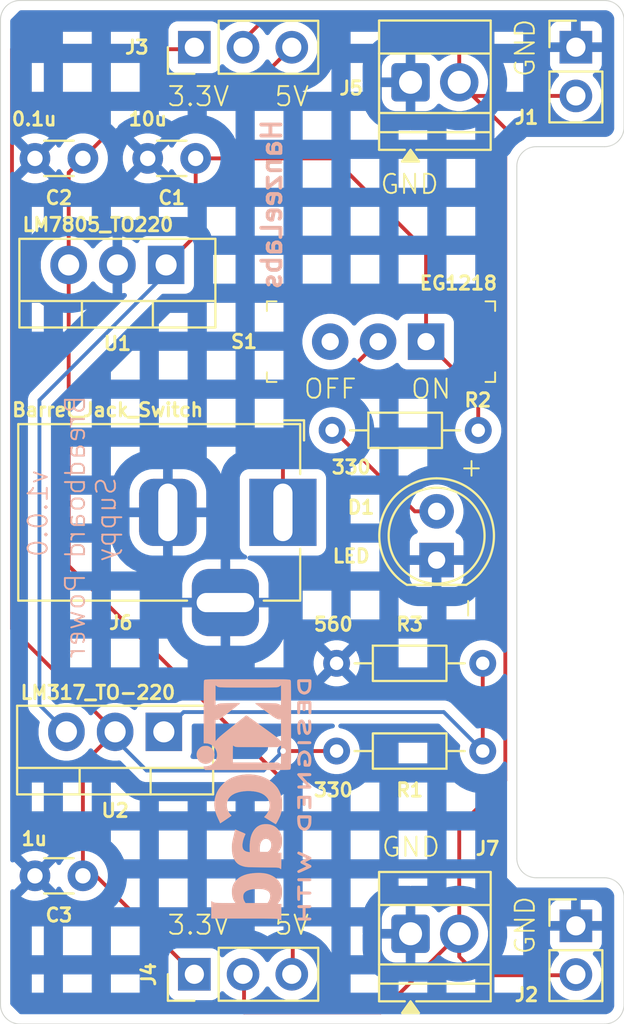
<source format=kicad_pcb>
(kicad_pcb (version 20241229) (generator "pcbnew") (generator_version "9.0")
  (layers (0 "F.Cu" signal) (2 "B.Cu" signal) (13 "F.Paste" user) (15 "B.Paste" user) (5 "F.SilkS" user "F.Silkscreen") (7 "B.SilkS" user "B.Silkscreen") (1 "F.Mask" user) (3 "B.Mask" user) (25 "Edge.Cuts" user))
  (net 0 "")
  (net 1 "/12V")
  (net 2 "GND")
  (net 3 "/5V")
  (net 4 "/3.3V")
  (net 5 "Net-(D1-A)")
  (net 6 "/PWR_OUTPUT")
  (net 7 "/PWR_INPUT")
  (net 8 "Net-(U2-ADJ)")
  (footprint "TerminalBlock:TerminalBlock_Xinya_XY308-2.54-2P_1x02_P2.54mm_Horizontal" (layer "F.Cu") (at 116.3778 97.9139)
    (property "Reference" "J7" (at 4.0182 -4.4419 0) (layer "F.SilkS") (effects (font (size 0.7 0.7))))
    (property "Value" "Screw_Terminal_01x02" (hide yes))
    (pad "1" thru_hole roundrect (at 0 0) (size 2 2) (drill 1.2) (layers "*.Cu" "*.Mask") (roundrect_rratio 0.125) (net 2 "GND"))
    (pad "2" thru_hole circle (at 2.54 0) (size 2 2) (drill 1.2) (layers "*.Cu" "*.Mask") (net 6 "/PWR_OUTPUT"))
  )
  (footprint "Capacitor_THT:C_Disc_D3.0mm_W1.6mm_P2.50mm" (layer "F.Cu") (at 105.174 57.5056 180)
    (property "Reference" "C1" (at 1.25 -2.05 0) (layer "F.SilkS") (effects (font (size 0.7 0.7))))
    (property "Value" "10u" (at 3.574 2.05 0) (layer "F.SilkS") (effects (font (size 0.7 0.7)) (justify left)))
    (pad "1" thru_hole circle (at 0 0 180) (size 1.6 1.6) (drill 0.8) (layers "*.Cu" "*.Mask") (net 1 "/12V"))
    (pad "2" thru_hole circle (at 2.5 0 180) (size 1.6 1.6) (drill 0.8) (layers "*.Cu" "*.Mask") (net 2 "GND"))
  )
  (footprint "Connector_PinHeader_2.54mm:PinHeader_1x02_P2.54mm_Vertical" (layer "F.Cu") (at 125 97.5)
    (property "Reference" "J2" (at -2.572 3.592 0) (layer "F.SilkS") (effects (font (size 0.7 0.7))))
    (property "Value" "Conn_01x02_Pin" (hide yes))
    (pad "1" thru_hole rect (at 0 0) (size 1.7 1.7) (drill 1) (layers "*.Cu" "*.Mask") (net 2 "GND"))
    (pad "2" thru_hole circle (at 0 2.54) (size 1.7 1.7) (drill 1) (layers "*.Cu" "*.Mask") (net 6 "/PWR_OUTPUT"))
  )
  (footprint "Connector_PinHeader_2.54mm:PinHeader_1x03_P2.54mm_Vertical" (layer "F.Cu") (at 105.1052 51.7144 90)
    (property "Reference" "J3" (at 0 -2.9972 180) (layer "F.SilkS") (effects (font (size 0.7 0.7))))
    (property "Value" "Conn_01x03_Pin" (hide yes))
    (pad "1" thru_hole rect (at 0 0 90) (size 1.7 1.7) (drill 1) (layers "*.Cu" "*.Mask") (net 4 "/3.3V"))
    (pad "2" thru_hole circle (at 0 2.54 90) (size 1.7 1.7) (drill 1) (layers "*.Cu" "*.Mask") (net 6 "/PWR_OUTPUT"))
    (pad "3" thru_hole circle (at 0 5.08 90) (size 1.7 1.7) (drill 1) (layers "*.Cu" "*.Mask") (net 3 "/5V"))
  )
  (footprint "digikey-footprints:Switch_Slide_11.6x4mm_EG1218" (layer "F.Cu") (at 117.188 67.056 180)
    (property "Reference" "S1" (at 9.492 0 180) (layer "F.SilkS") (effects (font (size 0.7 0.7))))
    (property "Value" "EG1218" (at -1.684 3.048 0) (layer "F.SilkS") (effects (font (size 0.7 0.7))))
    (pad "1" thru_hole rect (at 0 0 180) (size 1.9 1.9) (drill 0.9) (layers "*.Cu" "*.Mask") (net 1 "/12V"))
    (pad "2" thru_hole circle (at 2.5 0 180) (size 1.9 1.9) (drill 0.9) (layers "*.Cu" "*.Mask") (net 7 "/PWR_INPUT"))
    (pad "3" thru_hole circle (at 5 0 180) (size 1.9 1.9) (drill 0.9) (layers "*.Cu" "*.Mask"))
  )
  (footprint "TerminalBlock:TerminalBlock_Xinya_XY308-2.54-2P_1x02_P2.54mm_Horizontal" (layer "F.Cu") (at 116.3778 53.54)
    (property "Reference" "J5" (at -3.0938 0.308 0) (layer "F.SilkS") (effects (font (size 0.7 0.7))))
    (property "Value" "Screw_Terminal_01x02" (hide yes))
    (pad "1" thru_hole roundrect (at 0 0) (size 2 2) (drill 1.2) (layers "*.Cu" "*.Mask") (roundrect_rratio 0.125) (net 2 "GND"))
    (pad "2" thru_hole circle (at 2.54 0) (size 2 2) (drill 1.2) (layers "*.Cu" "*.Mask") (net 6 "/PWR_OUTPUT"))
  )
  (footprint "LED_THT:LED_D5.0mm" (layer "F.Cu") (at 117.7378 78.4402 90)
    (property "Reference" "D1" (at 2.7482 -3.9458 180) (layer "F.SilkS") (effects (font (size 0.7 0.7))))
    (property "Value" "LED" (at 0.2082 -4.4538 180) (layer "F.SilkS") (effects (font (size 0.7 0.7))))
    (pad "1" thru_hole rect (at 0 0 90) (size 1.8 1.8) (drill 0.9) (layers "*.Cu" "*.Mask") (net 2 "GND"))
    (pad "2" thru_hole circle (at 2.54 0 90) (size 1.8 1.8) (drill 0.9) (layers "*.Cu" "*.Mask") (net 5 "Net-(D1-A)"))
  )
  (footprint "Capacitor_THT:C_Disc_D3.0mm_W1.6mm_P2.50mm" (layer "F.Cu") (at 99.294 94.8944 180)
    (property "Reference" "C3" (at 1.25 -2.05 0) (layer "F.SilkS") (effects (font (size 0.7 0.7))))
    (property "Value" "1u" (at 3.282 1.9304 0) (layer "F.SilkS") (effects (font (size 0.7 0.7)) (justify left)))
    (pad "1" thru_hole circle (at 0 0 180) (size 1.6 1.6) (drill 0.8) (layers "*.Cu" "*.Mask") (net 4 "/3.3V"))
    (pad "2" thru_hole circle (at 2.5 0 180) (size 1.6 1.6) (drill 0.8) (layers "*.Cu" "*.Mask") (net 2 "GND"))
  )
  (footprint "Resistor_THT:R_Axial_DIN0204_L3.6mm_D1.6mm_P7.62mm_Horizontal" (layer "F.Cu") (at 112.288 71.6788)
    (property "Reference" "R2" (at 7.6 -1.5748 0) (layer "F.SilkS") (effects (font (size 0.7 0.7))))
    (property "Value" "330" (at 0.996 1.92 0) (layer "F.SilkS") (effects (font (size 0.7 0.7))))
    (pad "1" thru_hole circle (at 0 0) (size 1.4 1.4) (drill 0.7) (layers "*.Cu" "*.Mask") (net 5 "Net-(D1-A)"))
    (pad "2" thru_hole circle (at 7.62 0) (size 1.4 1.4) (drill 0.7) (layers "*.Cu" "*.Mask") (net 1 "/12V"))
  )
  (footprint "Connector_PinHeader_2.54mm:PinHeader_1x03_P2.54mm_Vertical" (layer "F.Cu") (at 105.1052 100.0252 90)
    (property "Reference" "J4" (at 0 -2.38 90) (layer "F.SilkS") (effects (font (size 0.7 0.7))))
    (property "Value" "Conn_01x03_Pin" (hide yes))
    (pad "1" thru_hole rect (at 0 0 90) (size 1.7 1.7) (drill 1) (layers "*.Cu" "*.Mask") (net 4 "/3.3V"))
    (pad "2" thru_hole circle (at 0 2.54 90) (size 1.7 1.7) (drill 1) (layers "*.Cu" "*.Mask") (net 6 "/PWR_OUTPUT"))
    (pad "3" thru_hole circle (at 0 5.08 90) (size 1.7 1.7) (drill 1) (layers "*.Cu" "*.Mask") (net 3 "/5V"))
  )
  (footprint "Resistor_THT:R_Axial_DIN0204_L3.6mm_D1.6mm_P7.62mm_Horizontal" (layer "F.Cu") (at 112.522 83.82)
    (property "Reference" "R3" (at 3.81 -2.032 0) (layer "F.SilkS") (effects (font (size 0.7 0.7))))
    (property "Value" "560" (at -1.27 -2.032 0) (layer "F.SilkS") (effects (font (size 0.7 0.7)) (justify left)))
    (pad "1" thru_hole circle (at 0 0) (size 1.4 1.4) (drill 0.7) (layers "*.Cu" "*.Mask") (net 2 "GND"))
    (pad "2" thru_hole circle (at 7.62 0) (size 1.4 1.4) (drill 0.7) (layers "*.Cu" "*.Mask") (net 8 "Net-(U2-ADJ)"))
  )
  (footprint "Capacitor_THT:C_Disc_D3.0mm_W1.6mm_P2.50mm" (layer "F.Cu") (at 99.294 57.5056 180)
    (property "Reference" "C2" (at 1.25 -2.05 0) (layer "F.SilkS") (effects (font (size 0.7 0.7))))
    (property "Value" "0.1u" (at 3.79 2.05 0) (layer "F.SilkS") (effects (font (size 0.7 0.7)) (justify left)))
    (pad "1" thru_hole circle (at 0 0 180) (size 1.6 1.6) (drill 0.8) (layers "*.Cu" "*.Mask") (net 3 "/5V"))
    (pad "2" thru_hole circle (at 2.5 0 180) (size 1.6 1.6) (drill 0.8) (layers "*.Cu" "*.Mask") (net 2 "GND"))
  )
  (footprint "Connector_PinHeader_2.54mm:PinHeader_1x02_P2.54mm_Vertical" (layer "F.Cu") (at 125 51.71)
    (property "Reference" "J1" (at -2.572 3.662 0) (layer "F.SilkS") (effects (font (size 0.7 0.7))))
    (property "Value" "Conn_01x02_Pin" (hide yes))
    (pad "1" thru_hole rect (at 0 0) (size 1.7 1.7) (drill 1) (layers "*.Cu" "*.Mask") (net 2 "GND"))
    (pad "2" thru_hole circle (at 0 2.54) (size 1.7 1.7) (drill 1) (layers "*.Cu" "*.Mask") (net 6 "/PWR_OUTPUT"))
  )
  (footprint "Package_TO_SOT_THT:TO-220-3_Vertical" (layer "F.Cu") (at 103.632 63.058 180)
    (property "Reference" "U1" (at 2.54 -4.1 0) (layer "F.SilkS") (effects (font (size 0.7 0.7))))
    (property "Value" "LM7805_TO220" (at 3.556 2.098 0) (layer "F.SilkS") (effects (font (size 0.7 0.7))))
    (pad "1" thru_hole rect (at 0 0 180) (size 1.905 2) (drill 1.1) (layers "*.Cu" "*.Mask") (net 1 "/12V"))
    (pad "2" thru_hole oval (at 2.54 0 180) (size 1.905 2) (drill 1.1) (layers "*.Cu" "*.Mask") (net 2 "GND"))
    (pad "3" thru_hole oval (at 5.08 0 180) (size 1.905 2) (drill 1.1) (layers "*.Cu" "*.Mask") (net 3 "/5V"))
  )
  (footprint "Resistor_THT:R_Axial_DIN0204_L3.6mm_D1.6mm_P7.62mm_Horizontal" (layer "F.Cu") (at 120.142 88.392 180)
    (property "Reference" "R1" (at 3.81 -2.032 0) (layer "F.SilkS") (effects (font (size 0.7 0.7))))
    (property "Value" "330" (at 8.89 -2.032 0) (layer "F.SilkS") (effects (font (size 0.7 0.7)) (justify left)))
    (pad "1" thru_hole circle (at 0 0 180) (size 1.4 1.4) (drill 0.7) (layers "*.Cu" "*.Mask") (net 8 "Net-(U2-ADJ)"))
    (pad "2" thru_hole circle (at 7.62 0 180) (size 1.4 1.4) (drill 0.7) (layers "*.Cu" "*.Mask") (net 4 "/3.3V"))
  )
  (footprint "Connector_BarrelJack:BarrelJack_Horizontal" (layer "F.Cu") (at 109.724 75.9537)
    (property "Reference" "J6" (at -8.45 5.75 0) (layer "F.SilkS") (effects (font (size 0.7 0.7))))
    (property "Value" "Barrel_Jack_Switch" (at -9.14 -5.3417 0) (layer "F.SilkS") (effects (font (size 0.7 0.7))))
    (pad "1" thru_hole rect (at 0 0) (size 3.5 3.5) (drill oval 1 3) (layers "*.Cu" "*.Mask") (net 7 "/PWR_INPUT"))
    (pad "2" thru_hole roundrect (at -6 0) (size 3 3.5) (drill oval 1 3) (layers "*.Cu" "*.Mask") (net 2 "GND"))
    (pad "3" thru_hole roundrect (at -3 4.7) (size 3.5 3.5) (drill oval 3 1) (layers "*.Cu" "*.Mask") (net 2 "GND"))
  )
  (footprint "Package_TO_SOT_THT:TO-220-3_Vertical" (layer "F.Cu") (at 103.514 87.3912 180)
    (property "Reference" "U2" (at 2.54 -4.1 0) (layer "F.SilkS") (effects (font (size 0.7 0.7))))
    (property "Value" "LM317_TO-220" (at 3.438 2.0472 0) (layer "F.SilkS") (effects (font (size 0.7 0.7))))
    (pad "1" thru_hole rect (at 0 0 180) (size 1.905 2) (drill 1.1) (layers "*.Cu" "*.Mask") (net 8 "Net-(U2-ADJ)"))
    (pad "2" thru_hole oval (at 2.54 0 180) (size 1.905 2) (drill 1.1) (layers "*.Cu" "*.Mask") (net 4 "/3.3V"))
    (pad "3" thru_hole oval (at 5.08 0 180) (size 1.905 2) (drill 1.1) (layers "*.Cu" "*.Mask") (net 1 "/12V"))
  )
  (footprint "Symbol:KiCad-Logo2_5mm_SilkScreen" (layer "B.Cu") (at 108.204 90.932 -90)
    (property "Reference" "REF**" (hide yes))
    (property "Value" "KiCad-Logo2_5mm_SilkScreen" (hide yes))
  )
  (gr_line (start 126.492 49.276) (end 96.012 49.276) (stroke (width 0.05)) (layer "Edge.Cuts"))
  (gr_arc (start 122.936 94.996) (mid 122.21758 94.69842) (end 121.92 93.98) (stroke (width 0.05)) (layer "Edge.Cuts"))
  (gr_arc (start 121.92 57.912) (mid 122.21758 57.19358) (end 122.936 56.896) (stroke (width 0.05)) (layer "Edge.Cuts"))
  (gr_line (start 121.92 57.912) (end 121.92 93.98) (stroke (width 0.05)) (layer "Edge.Cuts"))
  (gr_line (start 122.936 94.996) (end 126.492 94.996) (stroke (width 0.05)) (layer "Edge.Cuts"))
  (gr_line (start 127.508 50.292) (end 127.508 55.88) (stroke (width 0.05)) (layer "Edge.Cuts"))
  (gr_line (start 126.492 56.896) (end 122.936 56.896) (stroke (width 0.05)) (layer "Edge.Cuts"))
  (gr_arc (start 126.492 49.276) (mid 127.21042 49.57358) (end 127.508 50.292) (stroke (width 0.05)) (layer "Edge.Cuts"))
  (gr_line (start 127.508 96.012) (end 127.508 101.6) (stroke (width 0.05)) (layer "Edge.Cuts"))
  (gr_line (start 126.492 102.616) (end 96.012 102.616) (stroke (width 0.05)) (layer "Edge.Cuts"))
  (gr_arc (start 127.508 101.6) (mid 127.21042 102.31842) (end 126.492 102.616) (stroke (width 0.05)) (layer "Edge.Cuts"))
  (gr_arc (start 126.492 94.996) (mid 127.21042 95.29358) (end 127.508 96.012) (stroke (width 0.05)) (layer "Edge.Cuts"))
  (gr_arc (start 94.996 50.292) (mid 95.29358 49.57358) (end 96.012 49.276) (stroke (width 0.05)) (layer "Edge.Cuts"))
  (gr_arc (start 96.012 102.616) (mid 95.29358 102.31842) (end 94.996 101.6) (stroke (width 0.05)) (layer "Edge.Cuts"))
  (gr_arc (start 127.508 55.88) (mid 127.21042 56.59842) (end 126.492 56.896) (stroke (width 0.05)) (layer "Edge.Cuts"))
  (gr_line (start 94.996 50.292) (end 94.996 101.6) (stroke (width 0.05)) (layer "Edge.Cuts"))
  (gr_text "5V" (at 109.22 54.864 0) (layer "F.SilkS") (effects (font (size 1 1) (thickness 0.1)) (justify left bottom)))
  (gr_text "GND" (at 122.936 53.34 90) (layer "F.SilkS") (effects (font (size 1 1) (thickness 0.1)) (justify left bottom)))
  (gr_text "OFF\n" (at 110.744 70.104 0) (layer "F.SilkS") (effects (font (size 1 1) (thickness 0.1)) (justify left bottom)))
  (gr_text "GND" (at 122.936 99.06 90) (layer "F.SilkS") (effects (font (size 1 1) (thickness 0.1)) (justify left bottom)))
  (gr_text "GND" (at 114.7378 59.436 0) (layer "F.SilkS") (effects (font (size 1 1) (thickness 0.1)) (justify left bottom)))
  (gr_text "3.3V" (at 103.632 54.864 0) (layer "F.SilkS") (effects (font (size 1 1) (thickness 0.1)) (justify left bottom)))
  (gr_text "5V" (at 109.22 98.044 0) (layer "F.SilkS") (effects (font (size 1 1) (thickness 0.1)) (justify left bottom)))
  (gr_text "3.3V" (at 103.632 98.044 0) (layer "F.SilkS") (effects (font (size 1 1) (thickness 0.1)) (justify left bottom)))
  (gr_text "GND" (at 114.808 93.98 0) (layer "F.SilkS") (effects (font (size 1 1) (thickness 0.1)) (justify left bottom)))
  (gr_text "ON" (at 116.332 70.104 0) (layer "F.SilkS") (effects (font (size 1 1) (thickness 0.1)) (justify left bottom)))
  (gr_text "-" (at 118.872 80.264 270) (layer "F.SilkS") (effects (font (size 1 1) (thickness 0.1)) (justify left bottom)))
  (gr_text "+" (at 118.872 74.168 0) (layer "F.SilkS") (effects (font (size 1 1) (thickness 0.1)) (justify left bottom)))
  (gr_text "Breadboard Power\nSuppy " (at 101.092 76.708 90) (layer "B.SilkS") (effects (font (size 1 1) (thickness 0.1)) (justify bottom mirror)))
  (gr_text "v1.0.0" (at 97.536 73.66 90) (layer "B.SilkS") (effects (font (size 1 1) (thickness 0.1)) (justify left bottom mirror)))
  (gr_text "HanzeeLabs" (at 109.728 55.372 90) (layer "B.SilkS") (effects (font (size 1 1) (thickness 0.2) (bold yes)) (justify left bottom mirror)))
  (segment (start 105.174 57.5056) (end 105.174 61.516) (width 0.2) (layer "F.Cu") (net 1))
  (segment (start 105.174 57.5056) (end 112.3696 57.5056) (width 0.2) (layer "F.Cu") (net 1))
  (segment (start 119.908 69.776) (end 119.908 71.6788) (width 0.2) (layer "F.Cu") (net 1))
  (segment (start 117.188 67.056) (end 119.908 69.776) (width 0.2) (layer "F.Cu") (net 1))
  (segment (start 117.188 62.324) (end 117.188 67.056) (width 0.2) (layer "F.Cu") (net 1))
  (segment (start 112.3696 57.5056) (end 117.188 62.324) (width 0.2) (layer "F.Cu") (net 1))
  (segment (start 105.174 61.516) (end 103.632 63.058) (width 0.2) (layer "F.Cu") (net 1))
  (segment (start 97.028 85.9852) (end 98.434 87.3912) (width 0.2) (layer "B.Cu") (net 1))
  (segment (start 103.632 63.058) (end 103.632 63.5) (width 0.2) (layer "B.Cu") (net 1))
  (segment (start 97.028 70.104) (end 97.028 85.9852) (width 0.2) (layer "B.Cu") (net 1))
  (segment (start 103.632 63.5) (end 97.028 70.104) (width 0.2) (layer "B.Cu") (net 1))
  (segment (start 110.236 99.9744) (end 110.1852 100.0252) (width 0.2) (layer "F.Cu") (net 3))
  (segment (start 98.552 58.2476) (end 99.294 57.5056) (width 0.2) (layer "F.Cu") (net 3))
  (segment (start 98.552 78.74) (end 110.236 90.424) (width 0.2) (layer "F.Cu") (net 3))
  (segment (start 107.0356 54.864) (end 110.1852 51.7144) (width 0.2) (layer "F.Cu") (net 3))
  (segment (start 100.584 54.864) (end 107.0356 54.864) (width 0.2) (layer "F.Cu") (net 3))
  (segment (start 99.294 57.5056) (end 100.584 56.2156) (width 0.2) (layer "F.Cu") (net 3))
  (segment (start 98.552 63.058) (end 98.552 58.2476) (width 0.2) (layer "F.Cu") (net 3))
  (segment (start 100.584 56.2156) (end 100.584 54.864) (width 0.2) (layer "F.Cu") (net 3))
  (segment (start 98.552 63.058) (end 98.552 78.74) (width 0.2) (layer "F.Cu") (net 3))
  (segment (start 110.236 90.424) (end 110.236 99.9744) (width 0.2) (layer "F.Cu") (net 3))
  (segment (start 95.596 51.816) (end 95.596 82.0132) (width 0.2) (layer "F.Cu") (net 4))
  (segment (start 99.294 94.8944) (end 99.294 89.0712) (width 0.2) (layer "F.Cu") (net 4))
  (segment (start 99.294 94.8944) (end 99.9744 94.8944) (width 0.2) (layer "F.Cu") (net 4))
  (segment (start 105.0036 51.816) (end 95.596 51.816) (width 0.2) (layer "F.Cu") (net 4))
  (segment (start 99.9744 94.8944) (end 105.1052 100.0252) (width 0.2) (layer "F.Cu") (net 4))
  (segment (start 95.596 82.0132) (end 100.974 87.3912) (width 0.2) (layer "F.Cu") (net 4))
  (segment (start 112.522 88.392) (end 109.728 88.392) (width 0.2) (layer "F.Cu") (net 4))
  (segment (start 105.1052 51.7144) (end 105.0036 51.816) (width 0.2) (layer "F.Cu") (net 4))
  (segment (start 99.294 89.0712) (end 100.974 87.3912) (width 0.2) (layer "F.Cu") (net 4))
  (via (at 109.728 88.392) (size 0.6) (drill 0.3) (layers "F.Cu" "B.Cu") (net 4))
  (segment (start 102.616 89.408) (end 100.974 87.766) (width 0.2) (layer "B.Cu") (net 4))
  (segment (start 100.974 87.766) (end 100.974 87.3912) (width 0.2) (layer "B.Cu") (net 4))
  (segment (start 109.728 88.392) (end 108.712 89.408) (width 0.2) (layer "B.Cu") (net 4))
  (segment (start 108.712 89.408) (end 102.616 89.408) (width 0.2) (layer "B.Cu") (net 4))
  (segment (start 116.5992 75.9002) (end 112.3778 71.6788) (width 0.2) (layer "F.Cu") (net 5))
  (segment (start 117.7378 75.9002) (end 116.5992 75.9002) (width 0.2) (layer "F.Cu") (net 5))
  (segment (start 119.6278 54.25) (end 118.9178 53.54) (width 0.2) (layer "F.Cu") (net 6))
  (segment (start 125 54.25) (end 119.6278 54.25) (width 0.2) (layer "F.Cu") (net 6))
  (segment (start 118.9178 97.9139) (end 118.9178 99.1058) (width 0.2) (layer "F.Cu") (net 6))
  (segment (start 107.696 100.076) (end 107.696 102.016) (width 0.2) (layer "F.Cu") (net 6))
  (segment (start 118.9178 92.3182) (end 121.32 89.916) (width 0.2) (layer "F.Cu") (net 6))
  (segment (start 117.348 50.292) (end 118.9178 51.8618) (width 0.2) (layer "F.Cu") (net 6))
  (segment (start 107.6452 100.0252) (end 107.696 100.076) (width 0.2) (layer "F.Cu") (net 6))
  (segment (start 118.9178 51.8618) (end 118.9178 53.54) (width 0.2) (layer "F.Cu") (net 6))
  (segment (start 118.9178 97.9139) (end 118.9178 92.3182) (width 0.2) (layer "F.Cu") (net 6))
  (segment (start 108.712 50.292) (end 117.348 50.292) (width 0.2) (layer "F.Cu") (net 6))
  (segment (start 119.888 100.076) (end 124.964 100.076) (width 0.2) (layer "F.Cu") (net 6))
  (segment (start 114.8157 102.016) (end 118.9178 97.9139) (width 0.2) (layer "F.Cu") (net 6))
  (segment (start 107.696 102.016) (end 114.8157 102.016) (width 0.2) (layer "F.Cu") (net 6))
  (segment (start 107.6452 51.7144) (end 107.6452 51.3588) (width 0.2) (layer "F.Cu") (net 6))
  (segment (start 121.32 89.916) (end 121.32 55.9422) (width 0.2) (layer "F.Cu") (net 6))
  (segment (start 121.32 55.9422) (end 118.9178 53.54) (width 0.2) (layer "F.Cu") (net 6))
  (segment (start 107.6452 51.3588) (end 108.712 50.292) (width 0.2) (layer "F.Cu") (net 6))
  (segment (start 124.964 100.076) (end 125 100.04) (width 0.2) (layer "F.Cu") (net 6))
  (segment (start 118.9178 99.1058) (end 119.888 100.076) (width 0.2) (layer "F.Cu") (net 6))
  (segment (start 109.724 72.02) (end 109.724 75.9537) (width 0.2) (layer "F.Cu") (net 7))
  (segment (start 114.688 67.056) (end 109.724 72.02) (width 0.2) (layer "F.Cu") (net 7))
  (segment (start 120.142 83.82) (end 120.142 88.392) (width 0.2) (layer "F.Cu") (net 8))
  (segment (start 104.5452 86.36) (end 118.11 86.36) (width 0.2) (layer "B.Cu") (net 8))
  (segment (start 118.11 86.36) (end 120.142 88.392) (width 0.2) (layer "B.Cu") (net 8))
  (segment (start 103.514 87.3912) (end 104.5452 86.36) (width 0.2) (layer "B.Cu") (net 8))
  (zone (net 2) (net_name "GND") (layer "B.Cu") (connect_pads (clearance 0.5)) (min_thickness 0.25) (fill yes (mode hatch) (thermal_gap 0.5) (thermal_bridge_width 0.5) (hatch_thickness 1) (hatch_gap 1.5) (hatch_orientation 0) (hatch_border_algorithm hatch_thickness) (hatch_min_hole_area 0.3))
    (polygon (pts (xy 96.012 49.784) (xy 95.504 50.292) (xy 95.504 101.6) (xy 96.012 102.108) (xy 127 102.108) (xy 127 95.504) (xy 121.92 95.504) (xy 121.412 94.996) (xy 121.412 57.404) (xy 122.428 56.388) (xy 127 56.388) (xy 127 49.784)))
  )
)
</source>
